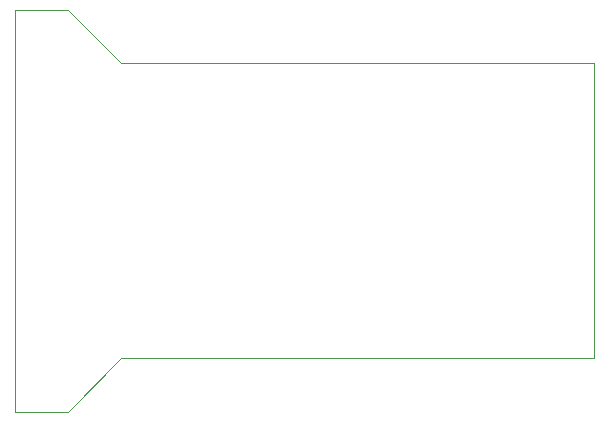
<source format=gm1>
G04 #@! TF.GenerationSoftware,KiCad,Pcbnew,6.0.1-79c1e3a40b~116~ubuntu21.04.1*
G04 #@! TF.CreationDate,2022-02-15T19:11:41-05:00*
G04 #@! TF.ProjectId,ESC_driver,4553435f-6472-4697-9665-722e6b696361,rev?*
G04 #@! TF.SameCoordinates,Original*
G04 #@! TF.FileFunction,Profile,NP*
%FSLAX46Y46*%
G04 Gerber Fmt 4.6, Leading zero omitted, Abs format (unit mm)*
G04 Created by KiCad (PCBNEW 6.0.1-79c1e3a40b~116~ubuntu21.04.1) date 2022-02-15 19:11:41*
%MOMM*%
%LPD*%
G01*
G04 APERTURE LIST*
G04 #@! TA.AperFunction,Profile*
%ADD10C,0.050000*%
G04 #@! TD*
G04 APERTURE END LIST*
D10*
X144145000Y-131237000D02*
X104145000Y-131237000D01*
X104145000Y-131237000D02*
X99645000Y-126737000D01*
X144145000Y-156237000D02*
X144145000Y-131237000D01*
X99645000Y-160737000D02*
X104145000Y-156237000D01*
X95145000Y-160737000D02*
X99145000Y-160737000D01*
X99645000Y-126737000D02*
X95145000Y-126737000D01*
X104145000Y-156237000D02*
X144145000Y-156237000D01*
X99145000Y-160737000D02*
X99645000Y-160737000D01*
X95145000Y-126737000D02*
X95145000Y-160737000D01*
M02*

</source>
